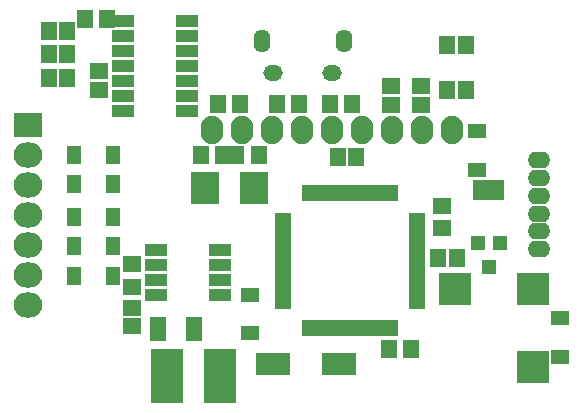
<source format=gbr>
G04 #@! TF.GenerationSoftware,KiCad,Pcbnew,(5.0.0)*
G04 #@! TF.CreationDate,2019-03-01T17:45:54+09:00*
G04 #@! TF.ProjectId,Lipo_Alarm,4C69706F5F416C61726D2E6B69636164,rev?*
G04 #@! TF.SameCoordinates,Original*
G04 #@! TF.FileFunction,Soldermask,Top*
G04 #@! TF.FilePolarity,Negative*
%FSLAX46Y46*%
G04 Gerber Fmt 4.6, Leading zero omitted, Abs format (unit mm)*
G04 Created by KiCad (PCBNEW (5.0.0)) date 03/01/19 17:45:54*
%MOMM*%
%LPD*%
G01*
G04 APERTURE LIST*
%ADD10R,1.200100X1.200100*%
%ADD11R,1.400000X1.600000*%
%ADD12R,1.600000X1.400000*%
%ADD13R,1.620000X1.310000*%
%ADD14R,1.310000X1.620000*%
%ADD15R,1.365200X1.670000*%
%ADD16O,1.924000X1.400000*%
%ADD17R,2.700000X2.700000*%
%ADD18R,3.000000X1.900000*%
%ADD19R,1.400000X0.650000*%
%ADD20R,0.650000X1.400000*%
%ADD21O,1.900000X2.400000*%
%ADD22R,2.400000X2.800000*%
%ADD23R,2.800000X4.600000*%
%ADD24O,2.432000X2.127200*%
%ADD25R,2.432000X2.127200*%
%ADD26R,1.400000X2.000000*%
%ADD27R,1.650000X1.400000*%
%ADD28R,1.950000X1.000000*%
%ADD29O,1.400000X1.950000*%
%ADD30O,1.650000X1.350000*%
%ADD31R,1.900000X1.000000*%
G04 APERTURE END LIST*
D10*
G04 #@! TO.C,Q1*
X150300000Y-92499240D03*
X152200000Y-92499240D03*
X151250000Y-94498220D03*
G04 #@! TD*
D11*
G04 #@! TO.C,C1*
X131750000Y-85050000D03*
X129870000Y-85050000D03*
G04 #@! TD*
G04 #@! TO.C,C3*
X128730000Y-85050000D03*
X126850000Y-85050000D03*
G04 #@! TD*
G04 #@! TO.C,C7*
X142800000Y-101500000D03*
X144680000Y-101500000D03*
G04 #@! TD*
D12*
G04 #@! TO.C,C9*
X147250000Y-89320000D03*
X147250000Y-91200000D03*
G04 #@! TD*
D11*
G04 #@! TO.C,C11*
X139700000Y-80750000D03*
X137820000Y-80750000D03*
G04 #@! TD*
G04 #@! TO.C,C12*
X128320000Y-80750000D03*
X130200000Y-80750000D03*
G04 #@! TD*
G04 #@! TO.C,C13*
X135180000Y-80750000D03*
X133300000Y-80750000D03*
G04 #@! TD*
D13*
G04 #@! TO.C,D1*
X150250000Y-86270000D03*
X150250000Y-83000000D03*
G04 #@! TD*
G04 #@! TO.C,D2*
X157250000Y-98865000D03*
X157250000Y-102135000D03*
G04 #@! TD*
D14*
G04 #@! TO.C,D3*
X119385000Y-85000000D03*
X116115000Y-85000000D03*
G04 #@! TD*
G04 #@! TO.C,D4*
X116115000Y-87500000D03*
X119385000Y-87500000D03*
G04 #@! TD*
G04 #@! TO.C,D5*
X119385000Y-90250000D03*
X116115000Y-90250000D03*
G04 #@! TD*
G04 #@! TO.C,D6*
X116115000Y-92750000D03*
X119385000Y-92750000D03*
G04 #@! TD*
G04 #@! TO.C,D7*
X119385000Y-95250000D03*
X116115000Y-95250000D03*
G04 #@! TD*
D15*
G04 #@! TO.C,JP1*
X150615000Y-88000000D03*
X151885000Y-88000000D03*
G04 #@! TD*
D16*
G04 #@! TO.C,P1*
X155500000Y-85500000D03*
X155500000Y-87000000D03*
X155500000Y-88500000D03*
X155500000Y-90000000D03*
X155500000Y-91500000D03*
X155500000Y-93000000D03*
G04 #@! TD*
D11*
G04 #@! TO.C,R1*
X140030000Y-85250000D03*
X138470000Y-85250000D03*
G04 #@! TD*
D12*
G04 #@! TO.C,R2*
X145500000Y-79220000D03*
X145500000Y-80780000D03*
G04 #@! TD*
G04 #@! TO.C,R5*
X143000000Y-80780000D03*
X143000000Y-79220000D03*
G04 #@! TD*
D11*
G04 #@! TO.C,R6*
X146970000Y-93750000D03*
X148530000Y-93750000D03*
G04 #@! TD*
G04 #@! TO.C,R14*
X147720000Y-75750000D03*
X149280000Y-75750000D03*
G04 #@! TD*
G04 #@! TO.C,R15*
X147720000Y-79500000D03*
X149280000Y-79500000D03*
G04 #@! TD*
D17*
G04 #@! TO.C,SP1*
X148400000Y-96400000D03*
X155000000Y-96400000D03*
X155000000Y-103000000D03*
G04 #@! TD*
D18*
G04 #@! TO.C,SW1*
X138550000Y-102750000D03*
X132950000Y-102750000D03*
G04 #@! TD*
D19*
G04 #@! TO.C,U1*
X133800000Y-90250000D03*
X133800000Y-90750000D03*
X133800000Y-91250000D03*
X133800000Y-91750000D03*
X133800000Y-92250000D03*
X133800000Y-92750000D03*
X133800000Y-93250000D03*
X133800000Y-93750000D03*
X133800000Y-94250000D03*
X133800000Y-94750000D03*
X133800000Y-95250000D03*
X133800000Y-95750000D03*
X133800000Y-96250000D03*
X133800000Y-96750000D03*
X133800000Y-97250000D03*
X133800000Y-97750000D03*
D20*
X135750000Y-99700000D03*
X136250000Y-99700000D03*
X136750000Y-99700000D03*
X137250000Y-99700000D03*
X137750000Y-99700000D03*
X138250000Y-99700000D03*
X138750000Y-99700000D03*
X139250000Y-99700000D03*
X139750000Y-99700000D03*
X140250000Y-99700000D03*
X140750000Y-99700000D03*
X141250000Y-99700000D03*
X141750000Y-99700000D03*
X142250000Y-99700000D03*
X142750000Y-99700000D03*
X143250000Y-99700000D03*
D19*
X145200000Y-97750000D03*
X145200000Y-97250000D03*
X145200000Y-96750000D03*
X145200000Y-96250000D03*
X145200000Y-95750000D03*
X145200000Y-95250000D03*
X145200000Y-94750000D03*
X145200000Y-94250000D03*
X145200000Y-93750000D03*
X145200000Y-93250000D03*
X145200000Y-92750000D03*
X145200000Y-92250000D03*
X145200000Y-91750000D03*
X145200000Y-91250000D03*
X145200000Y-90750000D03*
X145200000Y-90250000D03*
D20*
X143250000Y-88300000D03*
X142750000Y-88300000D03*
X142250000Y-88300000D03*
X141750000Y-88300000D03*
X141250000Y-88300000D03*
X140750000Y-88300000D03*
X140250000Y-88300000D03*
X139750000Y-88300000D03*
X139250000Y-88300000D03*
X138750000Y-88300000D03*
X138250000Y-88300000D03*
X137750000Y-88300000D03*
X137250000Y-88300000D03*
X136750000Y-88300000D03*
X136250000Y-88300000D03*
X135750000Y-88300000D03*
G04 #@! TD*
D21*
G04 #@! TO.C,U2*
X148160000Y-82965000D03*
X145620000Y-82965000D03*
X143080000Y-82965000D03*
X140540000Y-82965000D03*
X138000000Y-82965000D03*
X135460000Y-82965000D03*
X132920000Y-82965000D03*
X130380000Y-82965000D03*
X127840000Y-82965000D03*
G04 #@! TD*
D22*
G04 #@! TO.C,X1*
X131350000Y-87800000D03*
X127250000Y-87800000D03*
G04 #@! TD*
D13*
G04 #@! TO.C,D11*
X131000000Y-100135000D03*
X131000000Y-96865000D03*
G04 #@! TD*
D23*
G04 #@! TO.C,L1*
X128500000Y-103750000D03*
X124000000Y-103750000D03*
G04 #@! TD*
D12*
G04 #@! TO.C,R24*
X121000000Y-99530000D03*
X121000000Y-97970000D03*
G04 #@! TD*
D24*
G04 #@! TO.C,P2*
X112250000Y-97740000D03*
X112250000Y-95200000D03*
X112250000Y-92660000D03*
X112250000Y-90120000D03*
X112250000Y-87580000D03*
X112250000Y-85040000D03*
D25*
X112250000Y-82500000D03*
G04 #@! TD*
D26*
G04 #@! TO.C,C14*
X126250000Y-99750000D03*
X123250000Y-99750000D03*
G04 #@! TD*
D27*
G04 #@! TO.C,C16*
X121000000Y-96250000D03*
X121000000Y-94250000D03*
G04 #@! TD*
D28*
G04 #@! TO.C,U3*
X128450000Y-96905000D03*
X128450000Y-95635000D03*
X128450000Y-94365000D03*
X128450000Y-93095000D03*
X123050000Y-93095000D03*
X123050000Y-94365000D03*
X123050000Y-95635000D03*
X123050000Y-96905000D03*
G04 #@! TD*
D11*
G04 #@! TO.C,C17*
X118950000Y-73500000D03*
X117070000Y-73500000D03*
G04 #@! TD*
D29*
G04 #@! TO.C,P3*
X138999100Y-75362540D03*
X131999100Y-75362540D03*
D30*
X137999100Y-78062540D03*
X132999100Y-78062540D03*
G04 #@! TD*
D12*
G04 #@! TO.C,R27*
X118250000Y-77970000D03*
X118250000Y-79530000D03*
G04 #@! TD*
D11*
G04 #@! TO.C,R28*
X113970000Y-74500000D03*
X115530000Y-74500000D03*
G04 #@! TD*
G04 #@! TO.C,R29*
X115530000Y-76500000D03*
X113970000Y-76500000D03*
G04 #@! TD*
G04 #@! TO.C,R30*
X113970000Y-78500000D03*
X115530000Y-78500000D03*
G04 #@! TD*
D31*
G04 #@! TO.C,U4*
X120300000Y-73690000D03*
X120300000Y-74960000D03*
X120300000Y-76230000D03*
X120300000Y-77500000D03*
X120300000Y-78770000D03*
X120300000Y-80040000D03*
X120300000Y-81310000D03*
X125700000Y-81310000D03*
X125700000Y-80040000D03*
X125700000Y-78770000D03*
X125700000Y-77500000D03*
X125700000Y-76230000D03*
X125700000Y-74960000D03*
X125700000Y-73690000D03*
G04 #@! TD*
M02*

</source>
